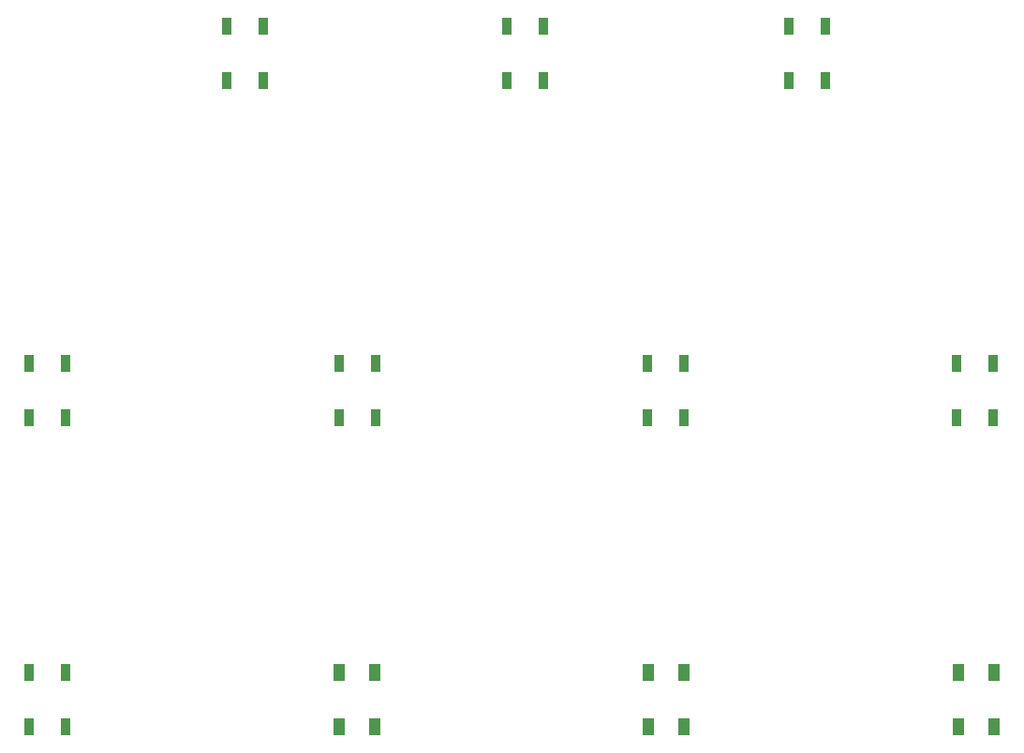
<source format=gbr>
%TF.GenerationSoftware,KiCad,Pcbnew,7.0.0-da2b9df05c~171~ubuntu22.04.1*%
%TF.CreationDate,2023-03-16T18:49:30-03:00*%
%TF.ProjectId,side_board,73696465-5f62-46f6-9172-642e6b696361,rev?*%
%TF.SameCoordinates,Original*%
%TF.FileFunction,Paste,Top*%
%TF.FilePolarity,Positive*%
%FSLAX46Y46*%
G04 Gerber Fmt 4.6, Leading zero omitted, Abs format (unit mm)*
G04 Created by KiCad (PCBNEW 7.0.0-da2b9df05c~171~ubuntu22.04.1) date 2023-03-16 18:49:30*
%MOMM*%
%LPD*%
G01*
G04 APERTURE LIST*
%ADD10R,1.000000X1.500000*%
%ADD11R,0.900000X1.500000*%
G04 APERTURE END LIST*
D10*
%TO.C,D22*%
X158509999Y-130719999D03*
X161709999Y-130719999D03*
X161709999Y-125819999D03*
X158509999Y-125819999D03*
%TD*%
%TO.C,D21*%
X130479999Y-130719999D03*
X133679999Y-130719999D03*
X133679999Y-125819999D03*
X130479999Y-125819999D03*
%TD*%
%TO.C,D20*%
X102539999Y-130719999D03*
X105739999Y-130719999D03*
X105739999Y-125819999D03*
X102539999Y-125819999D03*
%TD*%
D11*
%TO.C,D8*%
X74549999Y-130719999D03*
X77849999Y-130719999D03*
X77849999Y-125819999D03*
X74549999Y-125819999D03*
%TD*%
%TO.C,D7*%
X158369999Y-97879999D03*
X161669999Y-97879999D03*
X161669999Y-102779999D03*
X158369999Y-102779999D03*
%TD*%
%TO.C,D4*%
X74549999Y-97879999D03*
X77849999Y-97879999D03*
X77849999Y-102779999D03*
X74549999Y-102779999D03*
%TD*%
%TO.C,D3*%
X143219999Y-72299999D03*
X146519999Y-72299999D03*
X146519999Y-67399999D03*
X143219999Y-67399999D03*
%TD*%
%TO.C,D2*%
X117729999Y-72299999D03*
X121029999Y-72299999D03*
X121029999Y-67399999D03*
X117729999Y-67399999D03*
%TD*%
%TO.C,D6*%
X130429999Y-97879999D03*
X133729999Y-97879999D03*
X133729999Y-102779999D03*
X130429999Y-102779999D03*
%TD*%
%TO.C,D5*%
X102579999Y-97879999D03*
X105879999Y-97879999D03*
X105879999Y-102779999D03*
X102579999Y-102779999D03*
%TD*%
%TO.C,D1*%
X92419999Y-72299999D03*
X95719999Y-72299999D03*
X95719999Y-67399999D03*
X92419999Y-67399999D03*
%TD*%
M02*

</source>
